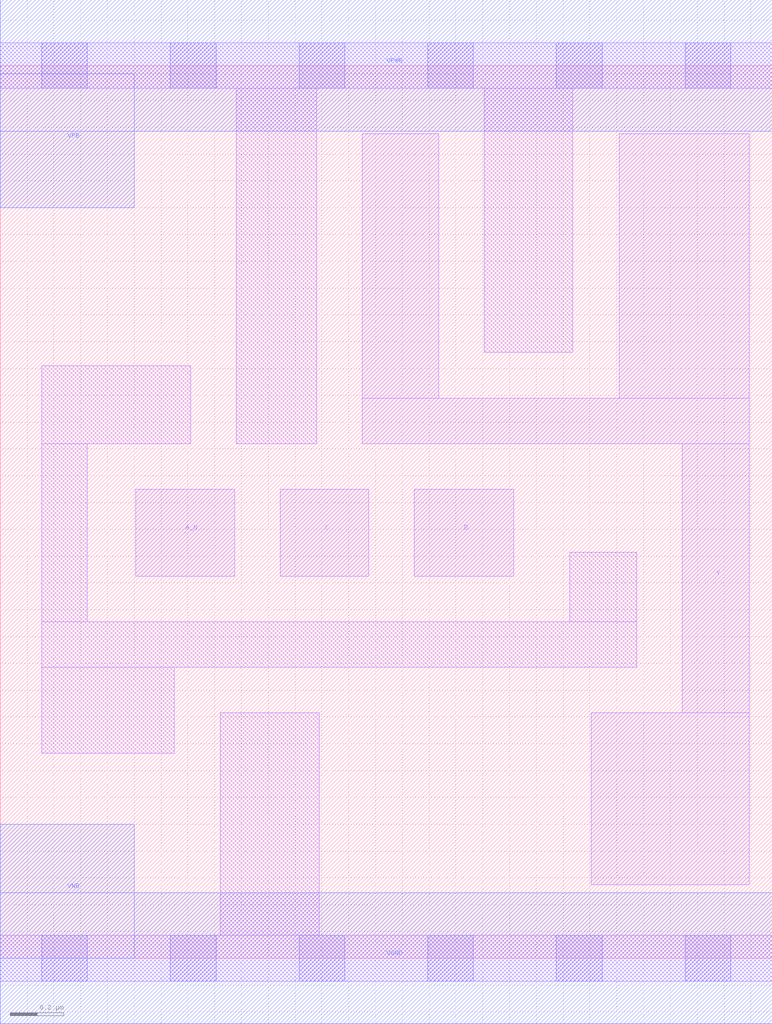
<source format=lef>
# Copyright 2020 The SkyWater PDK Authors
#
# Licensed under the Apache License, Version 2.0 (the "License");
# you may not use this file except in compliance with the License.
# You may obtain a copy of the License at
#
#     https://www.apache.org/licenses/LICENSE-2.0
#
# Unless required by applicable law or agreed to in writing, software
# distributed under the License is distributed on an "AS IS" BASIS,
# WITHOUT WARRANTIES OR CONDITIONS OF ANY KIND, either express or implied.
# See the License for the specific language governing permissions and
# limitations under the License.
#
# SPDX-License-Identifier: Apache-2.0

VERSION 5.5 ;
NAMESCASESENSITIVE ON ;
BUSBITCHARS "[]" ;
DIVIDERCHAR "/" ;
MACRO sky130_fd_sc_lp__nand3b_1
  CLASS CORE ;
  SOURCE USER ;
  ORIGIN  0.000000  0.000000 ;
  SIZE  2.880000 BY  3.330000 ;
  SYMMETRY X Y R90 ;
  SITE unit ;
  PIN A_N
    ANTENNAGATEAREA  0.126000 ;
    DIRECTION INPUT ;
    USE SIGNAL ;
    PORT
      LAYER li1 ;
        RECT 0.505000 1.425000 0.875000 1.750000 ;
    END
  END A_N
  PIN B
    ANTENNAGATEAREA  0.315000 ;
    DIRECTION INPUT ;
    USE SIGNAL ;
    PORT
      LAYER li1 ;
        RECT 1.545000 1.425000 1.915000 1.750000 ;
    END
  END B
  PIN C
    ANTENNAGATEAREA  0.315000 ;
    DIRECTION INPUT ;
    USE SIGNAL ;
    PORT
      LAYER li1 ;
        RECT 1.045000 1.425000 1.375000 1.750000 ;
    END
  END C
  PIN Y
    ANTENNADIFFAREA  0.909300 ;
    DIRECTION OUTPUT ;
    USE SIGNAL ;
    PORT
      LAYER li1 ;
        RECT 1.350000 1.920000 2.795000 2.090000 ;
        RECT 1.350000 2.090000 1.635000 3.075000 ;
        RECT 2.205000 0.275000 2.795000 0.915000 ;
        RECT 2.310000 2.090000 2.795000 3.075000 ;
        RECT 2.545000 0.915000 2.795000 1.920000 ;
    END
  END Y
  PIN VGND
    DIRECTION INOUT ;
    USE GROUND ;
    PORT
      LAYER met1 ;
        RECT 0.000000 -0.245000 2.880000 0.245000 ;
    END
  END VGND
  PIN VNB
    DIRECTION INOUT ;
    USE GROUND ;
    PORT
      LAYER met1 ;
        RECT 0.000000 0.000000 0.500000 0.500000 ;
    END
  END VNB
  PIN VPB
    DIRECTION INOUT ;
    USE POWER ;
    PORT
      LAYER met1 ;
        RECT 0.000000 2.800000 0.500000 3.300000 ;
    END
  END VPB
  PIN VPWR
    DIRECTION INOUT ;
    USE POWER ;
    PORT
      LAYER met1 ;
        RECT 0.000000 3.085000 2.880000 3.575000 ;
    END
  END VPWR
  OBS
    LAYER li1 ;
      RECT 0.000000 -0.085000 2.880000 0.085000 ;
      RECT 0.000000  3.245000 2.880000 3.415000 ;
      RECT 0.155000  0.765000 0.650000 1.085000 ;
      RECT 0.155000  1.085000 2.375000 1.255000 ;
      RECT 0.155000  1.255000 0.325000 1.920000 ;
      RECT 0.155000  1.920000 0.710000 2.210000 ;
      RECT 0.820000  0.085000 1.190000 0.915000 ;
      RECT 0.880000  1.920000 1.180000 3.245000 ;
      RECT 1.805000  2.260000 2.135000 3.245000 ;
      RECT 2.125000  1.255000 2.375000 1.515000 ;
    LAYER mcon ;
      RECT 0.155000 -0.085000 0.325000 0.085000 ;
      RECT 0.155000  3.245000 0.325000 3.415000 ;
      RECT 0.635000 -0.085000 0.805000 0.085000 ;
      RECT 0.635000  3.245000 0.805000 3.415000 ;
      RECT 1.115000 -0.085000 1.285000 0.085000 ;
      RECT 1.115000  3.245000 1.285000 3.415000 ;
      RECT 1.595000 -0.085000 1.765000 0.085000 ;
      RECT 1.595000  3.245000 1.765000 3.415000 ;
      RECT 2.075000 -0.085000 2.245000 0.085000 ;
      RECT 2.075000  3.245000 2.245000 3.415000 ;
      RECT 2.555000 -0.085000 2.725000 0.085000 ;
      RECT 2.555000  3.245000 2.725000 3.415000 ;
  END
END sky130_fd_sc_lp__nand3b_1
END LIBRARY

</source>
